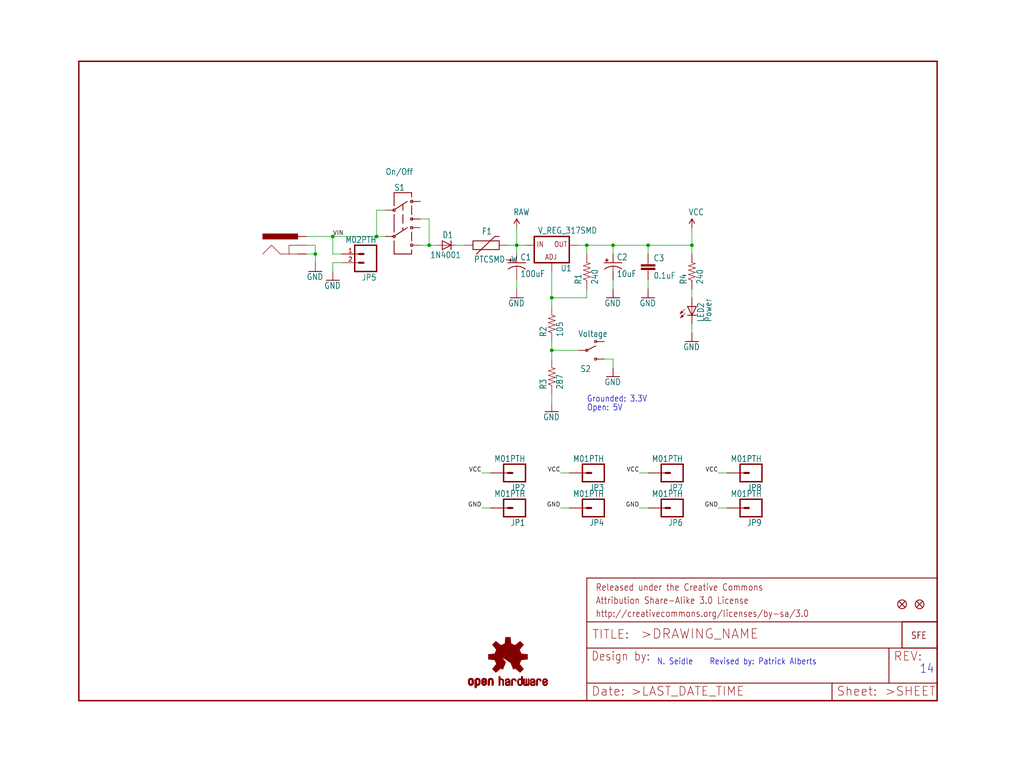
<source format=kicad_sch>
(kicad_sch (version 20211123) (generator eeschema)
  (paper "User" 297.002 223.926)
  (lib_symbols
    (symbol "schematicEagle-eagle-import:105OHM-1{slash}10W-1%(0603)"
      (property "Reference" "R" (at -3.81 1.4986 0))
      (property "Value" "105OHM-1{slash}10W-1%(0603)" (at -3.81 -3.302 0))
      (symbol "105OHM-1{slash}10W-1%(0603)_1_0"
        (pin passive line (at -5.08 0 0) (length 2.54) (name "1") (number "1"))
        (pin passive line (at 5.08 0 180) (length 2.54) (name "2") (number "2"))
      )
    )
    (symbol "schematicEagle-eagle-import:240OHM1{slash}10W1%(0603)"
      (property "Reference" "R" (at -3.81 1.4986 0))
      (property "Value" "240OHM1{slash}10W1%(0603)" (at -3.81 -3.302 0))
      (symbol "240OHM1{slash}10W1%(0603)_1_0"
        (pin passive line (at -5.08 0 0) (length 2.54) (name "1") (number "1"))
        (pin passive line (at 5.08 0 180) (length 2.54) (name "2") (number "2"))
      )
    )
    (symbol "schematicEagle-eagle-import:287OHM-1{slash}10W-1%(0603)"
      (property "Reference" "R" (at -3.81 1.4986 0))
      (property "Value" "287OHM-1{slash}10W-1%(0603)" (at -3.81 -3.302 0))
      (symbol "287OHM-1{slash}10W-1%(0603)_1_0"
        (pin passive line (at -5.08 0 0) (length 2.54) (name "1") (number "1"))
        (pin passive line (at 5.08 0 180) (length 2.54) (name "2") (number "2"))
      )
    )
    (symbol "schematicEagle-eagle-import:AYZ0202"
      (property "Value" "AYZ0202" (at -2.54 -12.7 0))
      (symbol "AYZ0202_1_0"
        (pin bidirectional line (at 5.08 0 180) (length 2.54) (name "3") (number "1"))
        (pin bidirectional line (at -5.08 2.54 0) (length 2.54) (name "2") (number "2"))
        (pin bidirectional line (at 5.08 5.08 180) (length 2.54) (name "1") (number "3"))
        (pin bidirectional line (at 5.08 -7.62 180) (length 2.54) (name "6") (number "4"))
        (pin bidirectional line (at -5.08 -5.08 0) (length 2.54) (name "5") (number "5"))
        (pin bidirectional line (at 5.08 -2.54 180) (length 2.54) (name "4") (number "6"))
      )
    )
    (symbol "schematicEagle-eagle-import:CAP0603-CAP"
      (property "Reference" "C" (at 1.524 2.921 0))
      (property "Value" "CAP0603-CAP" (at 1.524 -2.159 0))
      (symbol "CAP0603-CAP_1_0"
        (pin passive line (at 0 5.08 270) (length 2.54) (name "1") (number "1"))
        (pin passive line (at 0 -2.54 90) (length 2.54) (name "2") (number "2"))
      )
    )
    (symbol "schematicEagle-eagle-import:CAP_POL1206"
      (property "Reference" "C" (at 1.016 0.635 0))
      (property "Value" "CAP_POL1206" (at 1.016 -4.191 0))
      (symbol "CAP_POL1206_1_0"
        (pin passive line (at 0 2.54 270) (length 2.54) (name "+") (number "A"))
        (pin passive line (at 0 -5.08 90) (length 2.54) (name "-") (number "C"))
      )
    )
    (symbol "schematicEagle-eagle-import:CAP_POL7343"
      (property "Reference" "C" (at 1.016 0.635 0))
      (property "Value" "CAP_POL7343" (at 1.016 -4.191 0))
      (symbol "CAP_POL7343_1_0"
        (pin passive line (at 0 2.54 270) (length 2.54) (name "+") (number "A"))
        (pin passive line (at 0 -5.08 90) (length 2.54) (name "-") (number "C"))
      )
    )
    (symbol "schematicEagle-eagle-import:DIODESMA-TYLERALT1"
      (property "Reference" "D" (at 2.54 0.4826 0))
      (property "Value" "DIODESMA-TYLERALT1" (at 2.54 -2.3114 0))
      (symbol "DIODESMA-TYLERALT1_1_0"
        (pin passive line (at -2.54 0 0) (length 2.54) (name "A") (number "A"))
        (pin passive line (at 2.54 0 180) (length 2.54) (name "C") (number "C"))
      )
    )
    (symbol "schematicEagle-eagle-import:FIDUCIAL1X2")
    (symbol "schematicEagle-eagle-import:FRAME-LETTER"
      (symbol "FRAME-LETTER_2_0"
        (text ">DRAWING_NAME" (at 15.494 17.78 0) (effects (font (size 2.7432 2.7432)) (justify left bottom)))
        (text ">LAST_DATE_TIME" (at 12.7 1.27 0) (effects (font (size 2.54 2.54)) (justify left bottom)))
        (text ">SHEET" (at 86.36 1.27 0) (effects (font (size 2.54 2.54)) (justify left bottom)))
        (text "Attribution Share-Alike 3.0 License" (at 2.54 27.94 0) (effects (font (size 1.9304 1.6408)) (justify left bottom)))
        (text "Date:" (at 1.27 1.27 0) (effects (font (size 2.54 2.54)) (justify left bottom)))
        (text "Design by:" (at 1.27 11.43 0) (effects (font (size 2.54 2.159)) (justify left bottom)))
        (text "http://creativecommons.org/licenses/by-sa/3.0" (at 2.54 24.13 0) (effects (font (size 1.9304 1.6408)) (justify left bottom)))
        (text "Released under the Creative Commons" (at 2.54 31.75 0) (effects (font (size 1.9304 1.6408)) (justify left bottom)))
        (text "REV:" (at 88.9 11.43 0) (effects (font (size 2.54 2.54)) (justify left bottom)))
        (text "Sheet:" (at 72.39 1.27 0) (effects (font (size 2.54 2.54)) (justify left bottom)))
        (text "TITLE:" (at 1.524 17.78 0) (effects (font (size 2.54 2.54)) (justify left bottom)))
      )
    )
    (symbol "schematicEagle-eagle-import:GND" (power)
      (property "Value" "GND" (at -2.54 -2.54 0))
      (symbol "GND_1_0"
        (pin power_in line (at 0 2.54 270) (length 2.54) (name "GND") (number "1"))
      )
    )
    (symbol "schematicEagle-eagle-import:LED1206"
      (property "Reference" "LED" (at 3.556 -4.572 90))
      (property "Value" "LED1206" (at 5.715 -4.572 90))
      (symbol "LED1206_1_0"
        (pin passive line (at 0 2.54 270) (length 2.54) (name "A") (number "A"))
        (pin passive line (at 0 -5.08 90) (length 2.54) (name "C") (number "C"))
      )
    )
    (symbol "schematicEagle-eagle-import:LOGO-SFENEW"
      (symbol "LOGO-SFENEW_1_0"
        (text "SFE" (at 0 0 0) (effects (font (size 1.9304 1.6408)) (justify left bottom)))
      )
    )
    (symbol "schematicEagle-eagle-import:LOGO-SFESK"
      (symbol "LOGO-SFESK_1_0"
        (text "SFE" (at 0 0 0) (effects (font (size 1.9304 1.6408)) (justify left bottom)))
      )
    )
    (symbol "schematicEagle-eagle-import:M01PTH"
      (property "Reference" "JP" (at -2.54 3.302 0))
      (property "Value" "M01PTH" (at -2.54 -5.08 0))
      (symbol "M01PTH_1_0"
        (pin passive line (at 7.62 0 180) (length 5.08) (name "1") (number "1"))
      )
    )
    (symbol "schematicEagle-eagle-import:M02PTH"
      (property "Reference" "JP" (at -2.54 5.842 0))
      (property "Value" "M02PTH" (at -2.54 -5.08 0))
      (symbol "M02PTH_1_0"
        (pin passive line (at 7.62 0 180) (length 5.08) (name "1") (number "1"))
        (pin passive line (at 7.62 2.54 180) (length 5.08) (name "2") (number "2"))
      )
    )
    (symbol "schematicEagle-eagle-import:OSHW-LOGOS")
    (symbol "schematicEagle-eagle-import:POWER_JACKOVERPASTE_REDBOARD_0603"
      (symbol "POWER_JACKOVERPASTE_REDBOARD_0603_1_0"
        (pin bidirectional line (at 2.54 5.08 180) (length 2.54) (name "GNDBREAK") (number "GND"))
        (pin bidirectional line (at 2.54 2.54 180) (length 2.54) (name "GND") (number "P$4"))
        (pin bidirectional line (at 2.54 7.62 180) (length 2.54) (name "PWR") (number "VIN0"))
      )
    )
    (symbol "schematicEagle-eagle-import:PTCSMD-W"
      (property "Reference" "F" (at -2.54 3.048 0))
      (property "Value" "PTCSMD-W" (at -3.302 -5.08 0))
      (symbol "PTCSMD-W_1_0"
        (pin bidirectional line (at -5.08 0 0) (length 2.54) (name "1") (number "1"))
        (pin bidirectional line (at 7.62 0 180) (length 2.54) (name "2") (number "2"))
      )
    )
    (symbol "schematicEagle-eagle-import:SWITCH-SPSTSMD"
      (property "Reference" "S" (at -1.905 -6.35 0))
      (property "Value" "SWITCH-SPSTSMD" (at -2.54 3.81 0))
      (symbol "SWITCH-SPSTSMD_1_0"
        (pin passive line (at 5.08 2.54 180) (length 2.54) (name "O") (number "1"))
        (pin passive line (at -2.54 0 0) (length 2.54) (name "P") (number "2"))
        (pin passive line (at 5.08 -2.54 180) (length 2.54) (name "S") (number "3"))
      )
    )
    (symbol "schematicEagle-eagle-import:VCC" (power)
      (property "Value" "VCC" (at -1.016 3.556 0))
      (symbol "VCC_1_0"
        (pin power_in line (at 0 0 90) (length 2.54) (name "VCC") (number "1"))
      )
    )
    (symbol "schematicEagle-eagle-import:V_REG_317SMD"
      (property "Reference" "U" (at 2.54 -7.62 0))
      (property "Value" "V_REG_317SMD" (at 2.54 -10.16 0))
      (symbol "V_REG_317SMD_1_0"
        (text "ADJ" (at -2.032 -4.318 0) (effects (font (size 1.524 1.2954)) (justify left bottom)))
        (text "IN" (at -4.445 -0.635 0) (effects (font (size 1.524 1.2954)) (justify left bottom)))
        (text "OUT" (at 0.635 -0.635 0) (effects (font (size 1.524 1.2954)) (justify left bottom)))
        (pin input line (at 0 -7.62 90) (length 2.54) (name "ADJ") (number "1"))
        (pin output line (at 7.62 0 180) (length 2.54) (name "OUT") (number "2"))
        (pin input line (at -7.62 0 0) (length 2.54) (name "IN") (number "3"))
      )
    )
  )
  (junction (at 200.66 71.12))
  (junction (at 96.52 68.58))
  (junction (at 187.96 71.12))
  (junction (at 149.86 71.12))
  (junction (at 170.18 71.12))
  (junction (at 91.44 73.66))
  (junction (at 124.46 71.12))
  (junction (at 160.02 101.6))
  (junction (at 160.02 86.36))
  (junction (at 109.22 68.58))
  (junction (at 177.8 71.12))
  (wire (pts (xy 99.06 73.66) (xy 96.52 73.66)))
  (wire (pts (xy 167.64 71.12) (xy 170.18 71.12)))
  (wire (pts (xy 99.06 76.2) (xy 96.52 76.2)))
  (wire (pts (xy 170.18 71.12) (xy 177.8 71.12)))
  (wire (pts (xy 187.96 147.32) (xy 185.42 147.32)))
  (wire (pts (xy 149.86 71.12) (xy 149.86 66.04)))
  (wire (pts (xy 121.92 71.12) (xy 124.46 71.12)))
  (wire (pts (xy 88.9 71.12) (xy 91.44 71.12)))
  (wire (pts (xy 88.9 68.58) (xy 96.52 68.58)))
  (wire (pts (xy 147.32 71.12) (xy 149.86 71.12)))
  (wire (pts (xy 187.96 83.82) (xy 187.96 81.28)))
  (wire (pts (xy 170.18 86.36) (xy 160.02 86.36)))
  (wire (pts (xy 187.96 137.16) (xy 185.42 137.16)))
  (wire (pts (xy 124.46 71.12) (xy 127 71.12)))
  (wire (pts (xy 210.82 147.32) (xy 208.28 147.32)))
  (wire (pts (xy 187.96 71.12) (xy 200.66 71.12)))
  (wire (pts (xy 124.46 63.5) (xy 124.46 71.12)))
  (wire (pts (xy 177.8 104.14) (xy 177.8 106.68)))
  (wire (pts (xy 142.24 147.32) (xy 139.7 147.32)))
  (wire (pts (xy 91.44 73.66) (xy 88.9 73.66)))
  (wire (pts (xy 200.66 73.66) (xy 200.66 71.12)))
  (wire (pts (xy 160.02 86.36) (xy 160.02 78.74)))
  (wire (pts (xy 96.52 76.2) (xy 96.52 78.74)))
  (wire (pts (xy 200.66 71.12) (xy 200.66 66.04)))
  (wire (pts (xy 132.08 71.12) (xy 134.62 71.12)))
  (wire (pts (xy 170.18 83.82) (xy 170.18 86.36)))
  (wire (pts (xy 187.96 73.66) (xy 187.96 71.12)))
  (wire (pts (xy 96.52 73.66) (xy 96.52 68.58)))
  (wire (pts (xy 165.1 137.16) (xy 162.56 137.16)))
  (wire (pts (xy 177.8 83.82) (xy 177.8 81.28)))
  (wire (pts (xy 111.76 60.96) (xy 109.22 60.96)))
  (wire (pts (xy 170.18 73.66) (xy 170.18 71.12)))
  (wire (pts (xy 142.24 137.16) (xy 139.7 137.16)))
  (wire (pts (xy 96.52 68.58) (xy 109.22 68.58)))
  (wire (pts (xy 175.26 104.14) (xy 177.8 104.14)))
  (wire (pts (xy 91.44 76.2) (xy 91.44 73.66)))
  (wire (pts (xy 91.44 71.12) (xy 91.44 73.66)))
  (wire (pts (xy 165.1 147.32) (xy 162.56 147.32)))
  (wire (pts (xy 109.22 60.96) (xy 109.22 68.58)))
  (wire (pts (xy 160.02 99.06) (xy 160.02 101.6)))
  (wire (pts (xy 200.66 96.52) (xy 200.66 93.98)))
  (wire (pts (xy 210.82 137.16) (xy 208.28 137.16)))
  (wire (pts (xy 109.22 68.58) (xy 111.76 68.58)))
  (wire (pts (xy 160.02 101.6) (xy 160.02 104.14)))
  (wire (pts (xy 160.02 114.3) (xy 160.02 116.84)))
  (wire (pts (xy 149.86 83.82) (xy 149.86 81.28)))
  (wire (pts (xy 160.02 88.9) (xy 160.02 86.36)))
  (wire (pts (xy 149.86 71.12) (xy 152.4 71.12)))
  (wire (pts (xy 200.66 86.36) (xy 200.66 83.82)))
  (wire (pts (xy 167.64 101.6) (xy 160.02 101.6)))
  (wire (pts (xy 177.8 73.66) (xy 177.8 71.12)))
  (wire (pts (xy 149.86 73.66) (xy 149.86 71.12)))
  (wire (pts (xy 121.92 63.5) (xy 124.46 63.5)))
  (wire (pts (xy 177.8 71.12) (xy 187.96 71.12)))
  (text "Grounded: 3.3V" (at 170.18 116.84 180) (effects (font (size 1.778 1.5113)) (justify left bottom)))
  (text "Open: 5V" (at 170.18 119.38 180) (effects (font (size 1.778 1.5113)) (justify left bottom)))
  (text "14" (at 266.7 195.58 180) (effects (font (size 2.54 2.159)) (justify left bottom)))
  (text "Revised by: Patrick Alberts" (at 205.74 193.04 180) (effects (font (size 1.778 1.5113)) (justify left bottom)))
  (text "N. Seidle" (at 190.5 193.04 180) (effects (font (size 1.778 1.5113)) (justify left bottom)))
  (label "GND" (at 139.7 147.32 180) (effects (font (size 1.2446 1.2446))))
  (label "VCC" (at 185.42 137.16 180) (effects (font (size 1.2446 1.2446))))
  (label "VIN" (at 96.52 68.58 0) (effects (font (size 1.2446 1.2446))))
  (label "GND" (at 162.56 147.32 180) (effects (font (size 1.2446 1.2446))))
  (label "VCC" (at 208.28 137.16 180) (effects (font (size 1.2446 1.2446))))
  (label "VCC" (at 139.7 137.16 180) (effects (font (size 1.2446 1.2446))))
  (label "GND" (at 208.28 147.32 180) (effects (font (size 1.2446 1.2446))))
  (label "VCC" (at 162.56 137.16 180) (effects (font (size 1.2446 1.2446))))
  (label "GND" (at 185.42 147.32 180) (effects (font (size 1.2446 1.2446))))
  (symbol (lib_id "schematicEagle-eagle-import:VCC") (at 200.66 66.04 0) (unit 1)
    (property "Reference" "#P+3" (effects hide))
    (property "Value" "VCC" (at 199.644 62.484 0) (effects (font (size 1.778 1.5113)) (justify left bottom)))
    (property "Footprint" "schematicEagle:" (effects hide))
  )
  (symbol (lib_id "schematicEagle-eagle-import:M01PTH") (at 195.58 147.32 180) (unit 1)
    (property "Reference" "JP6" (at 198.12 150.622 0) (effects (font (size 1.778 1.5113)) (justify left bottom)))
    (property "Value" "M01PTH" (at 198.12 142.24 0) (effects (font (size 1.778 1.5113)) (justify left bottom)))
    (property "Footprint" "schematicEagle:1X01" (effects hide))
  )
  (symbol (lib_id "schematicEagle-eagle-import:V_REG_317SMD") (at 160.02 71.12 0) (unit 1)
    (property "Reference" "U1" (at 162.56 78.74 0) (effects (font (size 1.778 1.5113)) (justify left bottom)))
    (property "Value" "V_REG_317SMD" (at 155.956 67.818 0) (effects (font (size 1.778 1.5113)) (justify left bottom)))
    (property "Footprint" "schematicEagle:SOT223" (effects hide))
  )
  (symbol (lib_id "schematicEagle-eagle-import:GND") (at 160.02 119.38 0) (unit 1)
    (property "Reference" "#GND4" (effects hide))
    (property "Value" "GND" (at 157.48 121.92 0) (effects (font (size 1.778 1.5113)) (justify left bottom)))
    (property "Footprint" "schematicEagle:" (effects hide))
  )
  (symbol (lib_id "schematicEagle-eagle-import:M01PTH") (at 149.86 147.32 180) (unit 1)
    (property "Reference" "JP1" (at 152.4 150.622 0) (effects (font (size 1.778 1.5113)) (justify left bottom)))
    (property "Value" "M01PTH" (at 152.4 142.24 0) (effects (font (size 1.778 1.5113)) (justify left bottom)))
    (property "Footprint" "schematicEagle:1X01" (effects hide))
  )
  (symbol (lib_id "schematicEagle-eagle-import:M01PTH") (at 195.58 137.16 180) (unit 1)
    (property "Reference" "JP7" (at 198.12 140.462 0) (effects (font (size 1.778 1.5113)) (justify left bottom)))
    (property "Value" "M01PTH" (at 198.12 132.08 0) (effects (font (size 1.778 1.5113)) (justify left bottom)))
    (property "Footprint" "schematicEagle:1X01" (effects hide))
  )
  (symbol (lib_id "schematicEagle-eagle-import:240OHM1{slash}10W1%(0603)") (at 170.18 78.74 90) (unit 1)
    (property "Reference" "R1" (at 168.6814 82.55 0) (effects (font (size 1.778 1.5113)) (justify left bottom)))
    (property "Value" "240" (at 173.482 82.55 0) (effects (font (size 1.778 1.5113)) (justify left bottom)))
    (property "Footprint" "schematicEagle:0603-RES" (effects hide))
  )
  (symbol (lib_id "schematicEagle-eagle-import:GND") (at 91.44 78.74 0) (unit 1)
    (property "Reference" "#GND6" (effects hide))
    (property "Value" "GND" (at 88.9 81.28 0) (effects (font (size 1.778 1.5113)) (justify left bottom)))
    (property "Footprint" "schematicEagle:" (effects hide))
  )
  (symbol (lib_id "schematicEagle-eagle-import:FRAME-LETTER") (at 22.86 203.2 0) (unit 1)
    (property "Reference" "FRAME1" (effects hide))
    (property "Value" "FRAME-LETTER" (effects hide))
    (property "Footprint" "schematicEagle:CREATIVE_COMMONS" (effects hide))
  )
  (symbol (lib_id "schematicEagle-eagle-import:GND") (at 177.8 109.22 0) (unit 1)
    (property "Reference" "#GND8" (effects hide))
    (property "Value" "GND" (at 175.26 111.76 0) (effects (font (size 1.778 1.5113)) (justify left bottom)))
    (property "Footprint" "schematicEagle:" (effects hide))
  )
  (symbol (lib_id "schematicEagle-eagle-import:287OHM-1{slash}10W-1%(0603)") (at 160.02 109.22 90) (unit 1)
    (property "Reference" "R3" (at 158.5214 113.03 0) (effects (font (size 1.778 1.5113)) (justify left bottom)))
    (property "Value" "287" (at 163.322 113.03 0) (effects (font (size 1.778 1.5113)) (justify left bottom)))
    (property "Footprint" "schematicEagle:0603-RES" (effects hide))
  )
  (symbol (lib_id "schematicEagle-eagle-import:POWER_JACKOVERPASTE_REDBOARD_0603") (at 86.36 76.2 0) (unit 1)
    (property "Reference" "J1" (effects hide))
    (property "Value" "POWER_JACKOVERPASTE_REDBOARD_0603" (effects hide))
    (property "Footprint" "schematicEagle:POWER_JACK_SMD_OVERPASTE_REDBOARD_0603" (effects hide))
  )
  (symbol (lib_id "schematicEagle-eagle-import:FIDUCIAL1X2") (at 266.7 175.26 0) (unit 1)
    (property "Reference" "U$4" (effects hide))
    (property "Value" "FIDUCIAL1X2" (effects hide))
    (property "Footprint" "schematicEagle:FIDUCIAL-1X2" (effects hide))
  )
  (symbol (lib_id "schematicEagle-eagle-import:CAP0603-CAP") (at 187.96 78.74 0) (unit 1)
    (property "Reference" "C3" (at 189.484 75.819 0) (effects (font (size 1.778 1.5113)) (justify left bottom)))
    (property "Value" "0.1uF" (at 189.484 80.899 0) (effects (font (size 1.778 1.5113)) (justify left bottom)))
    (property "Footprint" "schematicEagle:0603-CAP" (effects hide))
  )
  (symbol (lib_id "schematicEagle-eagle-import:GND") (at 149.86 86.36 0) (unit 1)
    (property "Reference" "#GND5" (effects hide))
    (property "Value" "GND" (at 147.32 88.9 0) (effects (font (size 1.778 1.5113)) (justify left bottom)))
    (property "Footprint" "schematicEagle:" (effects hide))
  )
  (symbol (lib_id "schematicEagle-eagle-import:M01PTH") (at 218.44 147.32 180) (unit 1)
    (property "Reference" "JP9" (at 220.98 150.622 0) (effects (font (size 1.778 1.5113)) (justify left bottom)))
    (property "Value" "M01PTH" (at 220.98 142.24 0) (effects (font (size 1.778 1.5113)) (justify left bottom)))
    (property "Footprint" "schematicEagle:1X01" (effects hide))
  )
  (symbol (lib_id "schematicEagle-eagle-import:GND") (at 200.66 99.06 0) (unit 1)
    (property "Reference" "#GND3" (effects hide))
    (property "Value" "GND" (at 198.12 101.6 0) (effects (font (size 1.778 1.5113)) (justify left bottom)))
    (property "Footprint" "schematicEagle:" (effects hide))
  )
  (symbol (lib_id "schematicEagle-eagle-import:M01PTH") (at 218.44 137.16 180) (unit 1)
    (property "Reference" "JP8" (at 220.98 140.462 0) (effects (font (size 1.778 1.5113)) (justify left bottom)))
    (property "Value" "M01PTH" (at 220.98 132.08 0) (effects (font (size 1.778 1.5113)) (justify left bottom)))
    (property "Footprint" "schematicEagle:1X01" (effects hide))
  )
  (symbol (lib_id "schematicEagle-eagle-import:LOGO-SFENEW") (at 264.16 185.42 0) (unit 1)
    (property "Reference" "U$2" (effects hide))
    (property "Value" "LOGO-SFENEW" (effects hide))
    (property "Footprint" "schematicEagle:SFE-NEW-WEBLOGO" (effects hide))
  )
  (symbol (lib_id "schematicEagle-eagle-import:LED1206") (at 200.66 88.9 0) (unit 1)
    (property "Reference" "LED2" (at 204.216 93.472 90) (effects (font (size 1.778 1.5113)) (justify left bottom)))
    (property "Value" "Power" (at 206.375 93.472 90) (effects (font (size 1.778 1.5113)) (justify left bottom)))
    (property "Footprint" "schematicEagle:LED-1206" (effects hide))
  )
  (symbol (lib_id "schematicEagle-eagle-import:FRAME-LETTER") (at 170.18 203.2 0) (unit 2)
    (property "Reference" "FRAME1" (effects hide))
    (property "Value" "FRAME-LETTER" (effects hide))
    (property "Footprint" "schematicEagle:CREATIVE_COMMONS" (effects hide))
  )
  (symbol (lib_id "schematicEagle-eagle-import:OSHW-LOGOS") (at 147.32 190.5 0) (unit 1)
    (property "Reference" "LOGO1" (effects hide))
    (property "Value" "OSHW-LOGOS" (effects hide))
    (property "Footprint" "schematicEagle:OSHW-LOGO-S" (effects hide))
  )
  (symbol (lib_id "schematicEagle-eagle-import:AYZ0202") (at 116.84 63.5 0) (unit 1)
    (property "Reference" "S1" (at 114.3 55.372 0) (effects (font (size 1.778 1.5113)) (justify left bottom)))
    (property "Value" "On/Off" (at 111.76 50.8 0) (effects (font (size 1.778 1.5113)) (justify left bottom)))
    (property "Footprint" "schematicEagle:AYZ0202" (effects hide))
  )
  (symbol (lib_id "schematicEagle-eagle-import:GND") (at 96.52 81.28 0) (unit 1)
    (property "Reference" "#GND7" (effects hide))
    (property "Value" "GND" (at 93.98 83.82 0) (effects (font (size 1.778 1.5113)) (justify left bottom)))
    (property "Footprint" "schematicEagle:" (effects hide))
  )
  (symbol (lib_id "schematicEagle-eagle-import:M01PTH") (at 172.72 137.16 180) (unit 1)
    (property "Reference" "JP3" (at 175.26 140.462 0) (effects (font (size 1.778 1.5113)) (justify left bottom)))
    (property "Value" "M01PTH" (at 175.26 132.08 0) (effects (font (size 1.778 1.5113)) (justify left bottom)))
    (property "Footprint" "schematicEagle:1X01" (effects hide))
  )
  (symbol (lib_id "schematicEagle-eagle-import:M01PTH") (at 149.86 137.16 180) (unit 1)
    (property "Reference" "JP2" (at 152.4 140.462 0) (effects (font (size 1.778 1.5113)) (justify left bottom)))
    (property "Value" "M01PTH" (at 152.4 132.08 0) (effects (font (size 1.778 1.5113)) (justify left bottom)))
    (property "Footprint" "schematicEagle:1X01" (effects hide))
  )
  (symbol (lib_id "schematicEagle-eagle-import:GND") (at 177.8 86.36 0) (unit 1)
    (property "Reference" "#GND1" (effects hide))
    (property "Value" "GND" (at 175.26 88.9 0) (effects (font (size 1.778 1.5113)) (justify left bottom)))
    (property "Footprint" "schematicEagle:" (effects hide))
  )
  (symbol (lib_id "schematicEagle-eagle-import:LOGO-SFESK") (at 264.16 185.42 0) (unit 1)
    (property "Reference" "U$1" (effects hide))
    (property "Value" "LOGO-SFESK" (effects hide))
    (property "Footprint" "schematicEagle:SFE-LOGO-FLAME" (effects hide))
  )
  (symbol (lib_id "schematicEagle-eagle-import:SWITCH-SPSTSMD") (at 170.18 101.6 0) (unit 1)
    (property "Reference" "S2" (at 168.275 107.95 0) (effects (font (size 1.778 1.5113)) (justify left bottom)))
    (property "Value" "Voltage" (at 167.64 97.79 0) (effects (font (size 1.778 1.5113)) (justify left bottom)))
    (property "Footprint" "schematicEagle:AYZ0202" (effects hide))
  )
  (symbol (lib_id "schematicEagle-eagle-import:VCC") (at 149.86 66.04 0) (unit 1)
    (property "Reference" "#RAW0" (effects hide))
    (property "Value" "RAW" (at 148.844 62.484 0) (effects (font (size 1.778 1.5113)) (justify left bottom)))
    (property "Footprint" "schematicEagle:" (effects hide))
  )
  (symbol (lib_id "schematicEagle-eagle-import:M01PTH") (at 172.72 147.32 180) (unit 1)
    (property "Reference" "JP4" (at 175.26 150.622 0) (effects (font (size 1.778 1.5113)) (justify left bottom)))
    (property "Value" "M01PTH" (at 175.26 142.24 0) (effects (font (size 1.778 1.5113)) (justify left bottom)))
    (property "Footprint" "schematicEagle:1X01" (effects hide))
  )
  (symbol (lib_id "schematicEagle-eagle-import:FIDUCIAL1X2") (at 261.62 175.26 0) (unit 1)
    (property "Reference" "U$3" (effects hide))
    (property "Value" "FIDUCIAL1X2" (effects hide))
    (property "Footprint" "schematicEagle:FIDUCIAL-1X2" (effects hide))
  )
  (symbol (lib_id "schematicEagle-eagle-import:240OHM1{slash}10W1%(0603)") (at 200.66 78.74 90) (unit 1)
    (property "Reference" "R4" (at 199.1614 82.55 0) (effects (font (size 1.778 1.5113)) (justify left bottom)))
    (property "Value" "240" (at 203.962 82.55 0) (effects (font (size 1.778 1.5113)) (justify left bottom)))
    (property "Footprint" "schematicEagle:0603-RES" (effects hide))
  )
  (symbol (lib_id "schematicEagle-eagle-import:PTCSMD-W") (at 139.7 71.12 0) (unit 1)
    (property "Reference" "F1" (at 139.7 68.072 0) (effects (font (size 1.778 1.5113)) (justify left bottom)))
    (property "Value" "PTCSMD-W" (at 137.414 76.2 0) (effects (font (size 1.778 1.5113)) (justify left bottom)))
    (property "Footprint" "schematicEagle:PTC-1206-WIDE" (effects hide))
  )
  (symbol (lib_id "schematicEagle-eagle-import:M02PTH") (at 106.68 73.66 180) (unit 1)
    (property "Reference" "JP5" (at 109.22 79.502 0) (effects (font (size 1.778 1.5113)) (justify left bottom)))
    (property "Value" "M02PTH" (at 109.22 68.58 0) (effects (font (size 1.778 1.5113)) (justify left bottom)))
    (property "Footprint" "schematicEagle:1X02" (effects hide))
  )
  (symbol (lib_id "schematicEagle-eagle-import:GND") (at 187.96 86.36 0) (unit 1)
    (property "Reference" "#GND2" (effects hide))
    (property "Value" "GND" (at 185.42 88.9 0) (effects (font (size 1.778 1.5113)) (justify left bottom)))
    (property "Footprint" "schematicEagle:" (effects hide))
  )
  (symbol (lib_id "schematicEagle-eagle-import:CAP_POL7343") (at 149.86 76.2 0) (unit 1)
    (property "Reference" "C1" (at 150.876 75.565 0) (effects (font (size 1.778 1.5113)) (justify left bottom)))
    (property "Value" "100uF" (at 150.876 80.391 0) (effects (font (size 1.778 1.5113)) (justify left bottom)))
    (property "Footprint" "schematicEagle:EIA7343" (effects hide))
  )
  (symbol (lib_id "schematicEagle-eagle-import:CAP_POL1206") (at 177.8 76.2 0) (unit 1)
    (property "Reference" "C2" (at 178.816 75.565 0) (effects (font (size 1.778 1.5113)) (justify left bottom)))
    (property "Value" "10uF" (at 178.816 80.391 0) (effects (font (size 1.778 1.5113)) (justify left bottom)))
    (property "Footprint" "schematicEagle:EIA3216" (effects hide))
  )
  (symbol (lib_id "schematicEagle-eagle-import:DIODESMA-TYLERALT1") (at 129.54 71.12 0) (unit 1)
    (property "Reference" "D1" (at 128.27 69.1134 0) (effects (font (size 1.778 1.5113)) (justify left bottom)))
    (property "Value" "1N4001" (at 124.714 74.93 0) (effects (font (size 1.778 1.5113)) (justify left bottom)))
    (property "Footprint" "schematicEagle:SMA-DIODE-TYLERALT1" (effects hide))
  )
  (symbol (lib_id "schematicEagle-eagle-import:105OHM-1{slash}10W-1%(0603)") (at 160.02 93.98 90) (unit 1)
    (property "Reference" "R2" (at 158.5214 97.79 0) (effects (font (size 1.778 1.5113)) (justify left bottom)))
    (property "Value" "105" (at 163.322 97.79 0) (effects (font (size 1.778 1.5113)) (justify left bottom)))
    (property "Footprint" "schematicEagle:0603-RES" (effects hide))
  )
)
</source>
